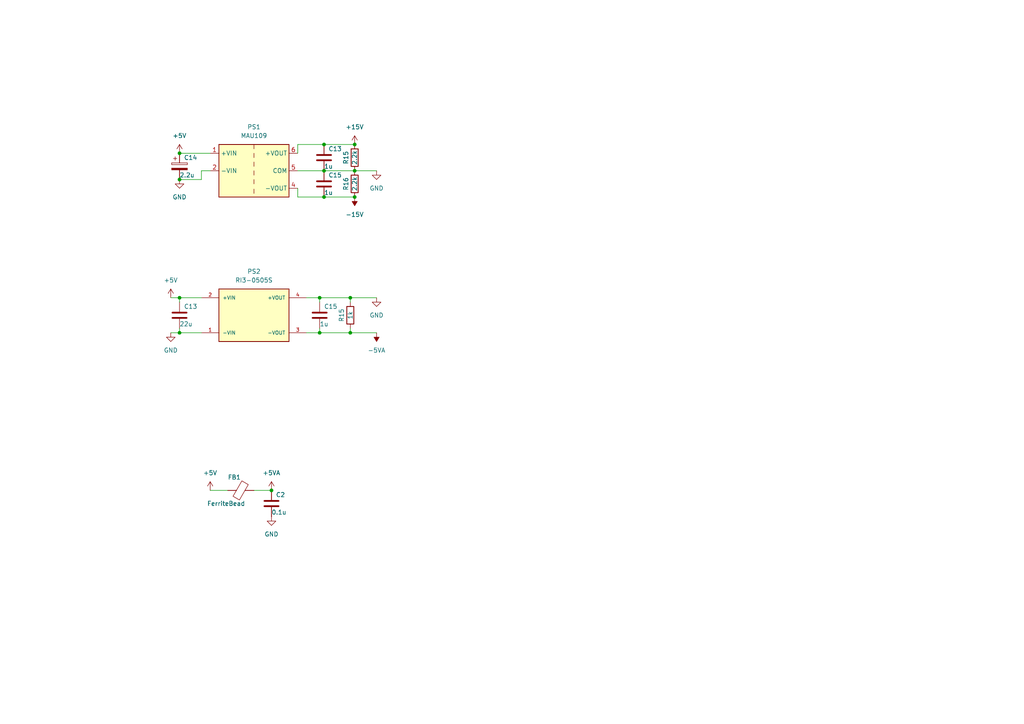
<source format=kicad_sch>
(kicad_sch (version 20230121) (generator eeschema)

  (uuid 64037f32-bcbf-40c9-be58-606c413bbe01)

  (paper "A4")

  (lib_symbols
    (symbol "000_MyLibrary:C" (pin_numbers hide) (pin_names (offset 0.254)) (in_bom yes) (on_board yes)
      (property "Reference" "C" (at 0.635 2.54 0)
        (effects (font (size 1.27 1.27)) (justify left))
      )
      (property "Value" "C" (at 0.635 -2.54 0)
        (effects (font (size 1.27 1.27)) (justify left))
      )
      (property "Footprint" "" (at 0.9652 -3.81 0)
        (effects (font (size 1.27 1.27)) hide)
      )
      (property "Datasheet" "~" (at 0 0 0)
        (effects (font (size 1.27 1.27)) hide)
      )
      (property "ki_keywords" "cap capacitor" (at 0 0 0)
        (effects (font (size 1.27 1.27)) hide)
      )
      (property "ki_description" "Unpolarized capacitor" (at 0 0 0)
        (effects (font (size 1.27 1.27)) hide)
      )
      (property "ki_fp_filters" "C_*" (at 0 0 0)
        (effects (font (size 1.27 1.27)) hide)
      )
      (symbol "C_0_1"
        (polyline
          (pts
            (xy -2.032 -0.762)
            (xy 2.032 -0.762)
          )
          (stroke (width 0.508) (type default))
          (fill (type none))
        )
        (polyline
          (pts
            (xy -2.032 0.762)
            (xy 2.032 0.762)
          )
          (stroke (width 0.508) (type default))
          (fill (type none))
        )
      )
      (symbol "C_1_1"
        (pin passive line (at 0 3.81 270) (length 2.794)
          (name "~" (effects (font (size 1.27 1.27))))
          (number "1" (effects (font (size 1.27 1.27))))
        )
        (pin passive line (at 0 -3.81 90) (length 2.794)
          (name "~" (effects (font (size 1.27 1.27))))
          (number "2" (effects (font (size 1.27 1.27))))
        )
      )
    )
    (symbol "000_MyLibrary:C_Polarized" (pin_numbers hide) (pin_names (offset 0.254)) (in_bom yes) (on_board yes)
      (property "Reference" "C" (at 0.635 2.54 0)
        (effects (font (size 1.27 1.27)) (justify left))
      )
      (property "Value" "C_Polarized" (at 0.635 -2.54 0)
        (effects (font (size 1.27 1.27)) (justify left))
      )
      (property "Footprint" "" (at 0.9652 -3.81 0)
        (effects (font (size 1.27 1.27)) hide)
      )
      (property "Datasheet" "~" (at 0 0 0)
        (effects (font (size 1.27 1.27)) hide)
      )
      (property "ki_keywords" "cap capacitor" (at 0 0 0)
        (effects (font (size 1.27 1.27)) hide)
      )
      (property "ki_description" "Polarized capacitor" (at 0 0 0)
        (effects (font (size 1.27 1.27)) hide)
      )
      (property "ki_fp_filters" "CP_*" (at 0 0 0)
        (effects (font (size 1.27 1.27)) hide)
      )
      (symbol "C_Polarized_0_1"
        (rectangle (start -2.286 0.508) (end 2.286 1.016)
          (stroke (width 0) (type default))
          (fill (type none))
        )
        (polyline
          (pts
            (xy -1.778 2.286)
            (xy -0.762 2.286)
          )
          (stroke (width 0) (type default))
          (fill (type none))
        )
        (polyline
          (pts
            (xy -1.27 2.794)
            (xy -1.27 1.778)
          )
          (stroke (width 0) (type default))
          (fill (type none))
        )
        (rectangle (start 2.286 -0.508) (end -2.286 -1.016)
          (stroke (width 0) (type default))
          (fill (type outline))
        )
      )
      (symbol "C_Polarized_1_1"
        (pin passive line (at 0 3.81 270) (length 2.794)
          (name "~" (effects (font (size 1.27 1.27))))
          (number "1" (effects (font (size 1.27 1.27))))
        )
        (pin passive line (at 0 -3.81 90) (length 2.794)
          (name "~" (effects (font (size 1.27 1.27))))
          (number "2" (effects (font (size 1.27 1.27))))
        )
      )
    )
    (symbol "000_MyLibrary:FerriteBead" (pin_numbers hide) (pin_names (offset 0)) (in_bom yes) (on_board yes)
      (property "Reference" "FB" (at -3.81 0.635 90)
        (effects (font (size 1.27 1.27)))
      )
      (property "Value" "FerriteBead" (at 3.81 0 90)
        (effects (font (size 1.27 1.27)))
      )
      (property "Footprint" "" (at -1.778 0 90)
        (effects (font (size 1.27 1.27)) hide)
      )
      (property "Datasheet" "~" (at 0 0 0)
        (effects (font (size 1.27 1.27)) hide)
      )
      (property "ki_keywords" "L ferrite bead inductor filter" (at 0 0 0)
        (effects (font (size 1.27 1.27)) hide)
      )
      (property "ki_description" "Ferrite bead" (at 0 0 0)
        (effects (font (size 1.27 1.27)) hide)
      )
      (property "ki_fp_filters" "Inductor_* L_* *Ferrite*" (at 0 0 0)
        (effects (font (size 1.27 1.27)) hide)
      )
      (symbol "FerriteBead_0_1"
        (polyline
          (pts
            (xy 0 -1.27)
            (xy 0 -1.2192)
          )
          (stroke (width 0) (type default))
          (fill (type none))
        )
        (polyline
          (pts
            (xy 0 1.27)
            (xy 0 1.2954)
          )
          (stroke (width 0) (type default))
          (fill (type none))
        )
        (polyline
          (pts
            (xy -2.7686 0.4064)
            (xy -1.7018 2.2606)
            (xy 2.7686 -0.3048)
            (xy 1.6764 -2.159)
            (xy -2.7686 0.4064)
          )
          (stroke (width 0) (type default))
          (fill (type none))
        )
      )
      (symbol "FerriteBead_1_1"
        (pin passive line (at 0 3.81 270) (length 2.54)
          (name "~" (effects (font (size 1.27 1.27))))
          (number "1" (effects (font (size 1.27 1.27))))
        )
        (pin passive line (at 0 -3.81 90) (length 2.54)
          (name "~" (effects (font (size 1.27 1.27))))
          (number "2" (effects (font (size 1.27 1.27))))
        )
      )
    )
    (symbol "000_MyLibrary:MAU109" (in_bom yes) (on_board yes)
      (property "Reference" "PS" (at 0 11.43 0)
        (effects (font (size 1.27 1.27)))
      )
      (property "Value" "MAU109" (at 0 8.89 0)
        (effects (font (size 1.27 1.27)))
      )
      (property "Footprint" "000_MyFootprint:SIP-6_without_3pin_for_DCDC_MAU" (at 0 -8.89 0)
        (effects (font (size 1.27 1.27) italic) hide)
      )
      (property "Datasheet" "https://akizukidenshi.com/download/ds/minmax/mau.pdf" (at 0 -11.43 0)
        (effects (font (size 1.27 1.27)) hide)
      )
      (property "ki_keywords" "DC/DC converter dcdc" (at 0 0 0)
        (effects (font (size 1.27 1.27)) hide)
      )
      (property "ki_description" "1W Isolated DC/DC Converter Module, 4.5-5.5V input, +15V, -15V  dual output" (at 0 0 0)
        (effects (font (size 1.27 1.27)) hide)
      )
      (property "ki_fp_filters" "*Artesyn*ATA*SMD*" (at 0 0 0)
        (effects (font (size 1.27 1.27)) hide)
      )
      (symbol "MAU109_0_1"
        (rectangle (start -10.16 7.62) (end 10.16 -7.62)
          (stroke (width 0.254) (type default))
          (fill (type background))
        )
        (polyline
          (pts
            (xy 0 -5.3071)
            (xy 0 -6.5771)
          )
          (stroke (width 0) (type default))
          (fill (type none))
        )
        (polyline
          (pts
            (xy 0 -2.54)
            (xy 0 -3.81)
          )
          (stroke (width 0) (type default))
          (fill (type none))
        )
        (polyline
          (pts
            (xy 0 0)
            (xy 0 -1.27)
          )
          (stroke (width 0) (type default))
          (fill (type none))
        )
        (polyline
          (pts
            (xy 0 2.54)
            (xy 0 1.27)
          )
          (stroke (width 0) (type default))
          (fill (type none))
        )
        (polyline
          (pts
            (xy 0 5.08)
            (xy 0 3.81)
          )
          (stroke (width 0) (type default))
          (fill (type none))
        )
        (polyline
          (pts
            (xy 0 7.62)
            (xy 0 6.35)
          )
          (stroke (width 0) (type default))
          (fill (type none))
        )
      )
      (symbol "MAU109_1_1"
        (pin power_in line (at -12.7 5.08 0) (length 2.54)
          (name "+VIN" (effects (font (size 1.27 1.27))))
          (number "1" (effects (font (size 1.27 1.27))))
        )
        (pin power_in line (at -12.7 0 0) (length 2.54)
          (name "-VIN" (effects (font (size 1.27 1.27))))
          (number "2" (effects (font (size 1.27 1.27))))
        )
        (pin power_out line (at 12.7 -5.08 180) (length 2.54)
          (name "-VOUT" (effects (font (size 1.27 1.27))))
          (number "4" (effects (font (size 1.27 1.27))))
        )
        (pin passive line (at 12.7 0 180) (length 2.54)
          (name "COM" (effects (font (size 1.27 1.27))))
          (number "5" (effects (font (size 1.27 1.27))))
        )
        (pin power_out line (at 12.7 5.08 180) (length 2.54)
          (name "+VOUT" (effects (font (size 1.27 1.27))))
          (number "6" (effects (font (size 1.27 1.27))))
        )
      )
    )
    (symbol "000_MyLibrary:R" (pin_numbers hide) (pin_names (offset 0)) (in_bom yes) (on_board yes)
      (property "Reference" "R" (at 2.032 0 90)
        (effects (font (size 1.27 1.27)))
      )
      (property "Value" "R" (at 0 0 90)
        (effects (font (size 1.27 1.27)))
      )
      (property "Footprint" "" (at -1.778 0 90)
        (effects (font (size 1.27 1.27)) hide)
      )
      (property "Datasheet" "~" (at 0 0 0)
        (effects (font (size 1.27 1.27)) hide)
      )
      (property "ki_keywords" "R res resistor" (at 0 0 0)
        (effects (font (size 1.27 1.27)) hide)
      )
      (property "ki_description" "Resistor" (at 0 0 0)
        (effects (font (size 1.27 1.27)) hide)
      )
      (property "ki_fp_filters" "R_*" (at 0 0 0)
        (effects (font (size 1.27 1.27)) hide)
      )
      (symbol "R_0_1"
        (rectangle (start -1.016 -2.54) (end 1.016 2.54)
          (stroke (width 0.254) (type default))
          (fill (type none))
        )
      )
      (symbol "R_1_1"
        (pin passive line (at 0 3.81 270) (length 1.27)
          (name "~" (effects (font (size 1.27 1.27))))
          (number "1" (effects (font (size 1.27 1.27))))
        )
        (pin passive line (at 0 -3.81 90) (length 1.27)
          (name "~" (effects (font (size 1.27 1.27))))
          (number "2" (effects (font (size 1.27 1.27))))
        )
      )
    )
    (symbol "000_MyLibrary:RI3-0505S" (pin_names (offset 1.016)) (in_bom yes) (on_board yes)
      (property "Reference" "PS" (at -10.1639 8.8979 0)
        (effects (font (size 1.27 1.27)) (justify left bottom))
      )
      (property "Value" "RI3-0505S" (at -10.1614 -10.1627 0)
        (effects (font (size 1.27 1.27)) (justify left bottom))
      )
      (property "Footprint" "000_MyFootprint:CONV_ROE-0515S" (at 0 -1.27 0)
        (effects (font (size 1.27 1.27)) (justify bottom) hide)
      )
      (property "Datasheet" "https://recom-power.com/pdf/Econoline/ROE.pdf" (at 0 -1.27 0)
        (effects (font (size 1.27 1.27)) hide)
      )
      (property "PARTREV" "5" (at 0 0 0)
        (effects (font (size 1.27 1.27)) (justify bottom) hide)
      )
      (property "STANDARD" "Manufacturer Recommendations" (at 0 0 0)
        (effects (font (size 1.27 1.27)) (justify bottom) hide)
      )
      (property "MAXIMUM_PACKAGE_HEIGHT" "10.00mm" (at 0 2.54 0)
        (effects (font (size 1.27 1.27)) (justify bottom) hide)
      )
      (property "MANUFACTURER" "RECOM" (at 0 0 0)
        (effects (font (size 1.27 1.27)) (justify bottom) hide)
      )
      (property "ki_keywords" "DCDC RECOM" (at 0 0 0)
        (effects (font (size 1.27 1.27)) hide)
      )
      (property "ki_description" "DCDC converter 5V to 5V isolated " (at 0 0 0)
        (effects (font (size 1.27 1.27)) hide)
      )
      (symbol "RI3-0505S_0_0"
        (rectangle (start -10.16 -7.62) (end 10.16 7.62)
          (stroke (width 0.254) (type default))
          (fill (type background))
        )
      )
      (symbol "RI3-0505S_1_0"
        (pin power_in line (at -15.24 -5.08 0) (length 5.08)
          (name "-VIN" (effects (font (size 1.016 1.016))))
          (number "1" (effects (font (size 1.016 1.016))))
        )
        (pin power_in line (at -15.24 5.08 0) (length 5.08)
          (name "+VIN" (effects (font (size 1.016 1.016))))
          (number "2" (effects (font (size 1.016 1.016))))
        )
        (pin power_out line (at 15.24 -5.08 180) (length 5.08)
          (name "-VOUT" (effects (font (size 1.016 1.016))))
          (number "3" (effects (font (size 1.016 1.016))))
        )
        (pin power_out line (at 15.24 5.08 180) (length 5.08)
          (name "+VOUT" (effects (font (size 1.016 1.016))))
          (number "4" (effects (font (size 1.016 1.016))))
        )
      )
    )
    (symbol "power:+15V" (power) (pin_names (offset 0)) (in_bom yes) (on_board yes)
      (property "Reference" "#PWR" (at 0 -3.81 0)
        (effects (font (size 1.27 1.27)) hide)
      )
      (property "Value" "+15V" (at 0 3.556 0)
        (effects (font (size 1.27 1.27)))
      )
      (property "Footprint" "" (at 0 0 0)
        (effects (font (size 1.27 1.27)) hide)
      )
      (property "Datasheet" "" (at 0 0 0)
        (effects (font (size 1.27 1.27)) hide)
      )
      (property "ki_keywords" "global power" (at 0 0 0)
        (effects (font (size 1.27 1.27)) hide)
      )
      (property "ki_description" "Power symbol creates a global label with name \"+15V\"" (at 0 0 0)
        (effects (font (size 1.27 1.27)) hide)
      )
      (symbol "+15V_0_1"
        (polyline
          (pts
            (xy -0.762 1.27)
            (xy 0 2.54)
          )
          (stroke (width 0) (type default))
          (fill (type none))
        )
        (polyline
          (pts
            (xy 0 0)
            (xy 0 2.54)
          )
          (stroke (width 0) (type default))
          (fill (type none))
        )
        (polyline
          (pts
            (xy 0 2.54)
            (xy 0.762 1.27)
          )
          (stroke (width 0) (type default))
          (fill (type none))
        )
      )
      (symbol "+15V_1_1"
        (pin power_in line (at 0 0 90) (length 0) hide
          (name "+15V" (effects (font (size 1.27 1.27))))
          (number "1" (effects (font (size 1.27 1.27))))
        )
      )
    )
    (symbol "power:+5V" (power) (pin_names (offset 0)) (in_bom yes) (on_board yes)
      (property "Reference" "#PWR" (at 0 -3.81 0)
        (effects (font (size 1.27 1.27)) hide)
      )
      (property "Value" "+5V" (at 0 3.556 0)
        (effects (font (size 1.27 1.27)))
      )
      (property "Footprint" "" (at 0 0 0)
        (effects (font (size 1.27 1.27)) hide)
      )
      (property "Datasheet" "" (at 0 0 0)
        (effects (font (size 1.27 1.27)) hide)
      )
      (property "ki_keywords" "power-flag" (at 0 0 0)
        (effects (font (size 1.27 1.27)) hide)
      )
      (property "ki_description" "Power symbol creates a global label with name \"+5V\"" (at 0 0 0)
        (effects (font (size 1.27 1.27)) hide)
      )
      (symbol "+5V_0_1"
        (polyline
          (pts
            (xy -0.762 1.27)
            (xy 0 2.54)
          )
          (stroke (width 0) (type default))
          (fill (type none))
        )
        (polyline
          (pts
            (xy 0 0)
            (xy 0 2.54)
          )
          (stroke (width 0) (type default))
          (fill (type none))
        )
        (polyline
          (pts
            (xy 0 2.54)
            (xy 0.762 1.27)
          )
          (stroke (width 0) (type default))
          (fill (type none))
        )
      )
      (symbol "+5V_1_1"
        (pin power_in line (at 0 0 90) (length 0) hide
          (name "+5V" (effects (font (size 1.27 1.27))))
          (number "1" (effects (font (size 1.27 1.27))))
        )
      )
    )
    (symbol "power:+5VA" (power) (pin_names (offset 0)) (in_bom yes) (on_board yes)
      (property "Reference" "#PWR" (at 0 -3.81 0)
        (effects (font (size 1.27 1.27)) hide)
      )
      (property "Value" "+5VA" (at 0 3.556 0)
        (effects (font (size 1.27 1.27)))
      )
      (property "Footprint" "" (at 0 0 0)
        (effects (font (size 1.27 1.27)) hide)
      )
      (property "Datasheet" "" (at 0 0 0)
        (effects (font (size 1.27 1.27)) hide)
      )
      (property "ki_keywords" "global power" (at 0 0 0)
        (effects (font (size 1.27 1.27)) hide)
      )
      (property "ki_description" "Power symbol creates a global label with name \"+5VA\"" (at 0 0 0)
        (effects (font (size 1.27 1.27)) hide)
      )
      (symbol "+5VA_0_1"
        (polyline
          (pts
            (xy -0.762 1.27)
            (xy 0 2.54)
          )
          (stroke (width 0) (type default))
          (fill (type none))
        )
        (polyline
          (pts
            (xy 0 0)
            (xy 0 2.54)
          )
          (stroke (width 0) (type default))
          (fill (type none))
        )
        (polyline
          (pts
            (xy 0 2.54)
            (xy 0.762 1.27)
          )
          (stroke (width 0) (type default))
          (fill (type none))
        )
      )
      (symbol "+5VA_1_1"
        (pin power_in line (at 0 0 90) (length 0) hide
          (name "+5VA" (effects (font (size 1.27 1.27))))
          (number "1" (effects (font (size 1.27 1.27))))
        )
      )
    )
    (symbol "power:-15V" (power) (pin_names (offset 0)) (in_bom yes) (on_board yes)
      (property "Reference" "#PWR" (at 0 2.54 0)
        (effects (font (size 1.27 1.27)) hide)
      )
      (property "Value" "-15V" (at 0 3.81 0)
        (effects (font (size 1.27 1.27)))
      )
      (property "Footprint" "" (at 0 0 0)
        (effects (font (size 1.27 1.27)) hide)
      )
      (property "Datasheet" "" (at 0 0 0)
        (effects (font (size 1.27 1.27)) hide)
      )
      (property "ki_keywords" "global power" (at 0 0 0)
        (effects (font (size 1.27 1.27)) hide)
      )
      (property "ki_description" "Power symbol creates a global label with name \"-15V\"" (at 0 0 0)
        (effects (font (size 1.27 1.27)) hide)
      )
      (symbol "-15V_0_0"
        (pin power_in line (at 0 0 90) (length 0) hide
          (name "-15V" (effects (font (size 1.27 1.27))))
          (number "1" (effects (font (size 1.27 1.27))))
        )
      )
      (symbol "-15V_0_1"
        (polyline
          (pts
            (xy 0 0)
            (xy 0 1.27)
            (xy 0.762 1.27)
            (xy 0 2.54)
            (xy -0.762 1.27)
            (xy 0 1.27)
          )
          (stroke (width 0) (type default))
          (fill (type outline))
        )
      )
    )
    (symbol "power:-5VA" (power) (pin_names (offset 0)) (in_bom yes) (on_board yes)
      (property "Reference" "#PWR" (at 0 2.54 0)
        (effects (font (size 1.27 1.27)) hide)
      )
      (property "Value" "-5VA" (at 0 3.81 0)
        (effects (font (size 1.27 1.27)))
      )
      (property "Footprint" "" (at 0 0 0)
        (effects (font (size 1.27 1.27)) hide)
      )
      (property "Datasheet" "" (at 0 0 0)
        (effects (font (size 1.27 1.27)) hide)
      )
      (property "ki_keywords" "global power" (at 0 0 0)
        (effects (font (size 1.27 1.27)) hide)
      )
      (property "ki_description" "Power symbol creates a global label with name \"-5VA\"" (at 0 0 0)
        (effects (font (size 1.27 1.27)) hide)
      )
      (symbol "-5VA_0_0"
        (pin power_in line (at 0 0 90) (length 0) hide
          (name "-5VA" (effects (font (size 1.27 1.27))))
          (number "1" (effects (font (size 1.27 1.27))))
        )
      )
      (symbol "-5VA_0_1"
        (polyline
          (pts
            (xy 0 0)
            (xy 0 1.27)
            (xy 0.762 1.27)
            (xy 0 2.54)
            (xy -0.762 1.27)
            (xy 0 1.27)
          )
          (stroke (width 0) (type default))
          (fill (type outline))
        )
      )
    )
    (symbol "power:GND" (power) (pin_names (offset 0)) (in_bom yes) (on_board yes)
      (property "Reference" "#PWR" (at 0 -6.35 0)
        (effects (font (size 1.27 1.27)) hide)
      )
      (property "Value" "GND" (at 0 -3.81 0)
        (effects (font (size 1.27 1.27)))
      )
      (property "Footprint" "" (at 0 0 0)
        (effects (font (size 1.27 1.27)) hide)
      )
      (property "Datasheet" "" (at 0 0 0)
        (effects (font (size 1.27 1.27)) hide)
      )
      (property "ki_keywords" "global power" (at 0 0 0)
        (effects (font (size 1.27 1.27)) hide)
      )
      (property "ki_description" "Power symbol creates a global label with name \"GND\" , ground" (at 0 0 0)
        (effects (font (size 1.27 1.27)) hide)
      )
      (symbol "GND_0_1"
        (polyline
          (pts
            (xy 0 0)
            (xy 0 -1.27)
            (xy 1.27 -1.27)
            (xy 0 -2.54)
            (xy -1.27 -1.27)
            (xy 0 -1.27)
          )
          (stroke (width 0) (type default))
          (fill (type none))
        )
      )
      (symbol "GND_1_1"
        (pin power_in line (at 0 0 270) (length 0) hide
          (name "GND" (effects (font (size 1.27 1.27))))
          (number "1" (effects (font (size 1.27 1.27))))
        )
      )
    )
  )

  (junction (at 102.87 41.91) (diameter 0) (color 0 0 0 0)
    (uuid 0a78a94f-be60-4ec9-8cca-57470e0a387f)
  )
  (junction (at 78.74 142.24) (diameter 0) (color 0 0 0 0)
    (uuid 261f7d65-4e8d-4cbb-b537-c302820b3a58)
  )
  (junction (at 52.07 96.52) (diameter 0) (color 0 0 0 0)
    (uuid 2b7851e9-27e3-4596-9040-53b43e3c13e2)
  )
  (junction (at 52.07 52.07) (diameter 0) (color 0 0 0 0)
    (uuid 3d0cbb4f-5ac8-4c4d-8091-1920b0a0aa20)
  )
  (junction (at 102.87 57.15) (diameter 0) (color 0 0 0 0)
    (uuid 46cba923-83ab-4292-ad3a-3c37c943a013)
  )
  (junction (at 93.98 41.91) (diameter 0) (color 0 0 0 0)
    (uuid 93e8d929-d3f3-4b7e-ad2c-bce4e419c5bd)
  )
  (junction (at 92.71 96.52) (diameter 0) (color 0 0 0 0)
    (uuid 9ccf8c30-e569-4ef6-a196-6be00b1575c8)
  )
  (junction (at 92.71 86.36) (diameter 0) (color 0 0 0 0)
    (uuid a7e20b05-05ab-48f3-afda-c48b6ad4153f)
  )
  (junction (at 101.6 86.36) (diameter 0) (color 0 0 0 0)
    (uuid ac6db67f-1432-4fa5-b801-426d739ffbf9)
  )
  (junction (at 102.87 49.53) (diameter 0) (color 0 0 0 0)
    (uuid b49cbff3-b16f-4b17-be88-765ad4aab477)
  )
  (junction (at 52.07 86.36) (diameter 0) (color 0 0 0 0)
    (uuid c268c343-90b7-4f5b-892e-77f86acf4ce2)
  )
  (junction (at 52.07 44.45) (diameter 0) (color 0 0 0 0)
    (uuid dc63b731-66f8-4ada-b801-459ee607f0dd)
  )
  (junction (at 101.6 96.52) (diameter 0) (color 0 0 0 0)
    (uuid e18a9825-e5d5-4245-9af4-03267386f27c)
  )
  (junction (at 93.98 57.15) (diameter 0) (color 0 0 0 0)
    (uuid f0b1120f-4945-49d5-be96-a2aff14ee7c5)
  )
  (junction (at 93.98 49.53) (diameter 0) (color 0 0 0 0)
    (uuid fe66b491-9ffe-434c-ae06-6d9a83dd1b47)
  )

  (wire (pts (xy 58.42 96.52) (xy 52.07 96.52))
    (stroke (width 0) (type default))
    (uuid 07ca74a1-a11e-4804-a2fb-049e625d84f1)
  )
  (wire (pts (xy 58.42 49.53) (xy 58.42 52.07))
    (stroke (width 0) (type default))
    (uuid 084c83b7-4aa1-49a9-996a-36620363b1f4)
  )
  (wire (pts (xy 101.6 86.36) (xy 109.22 86.36))
    (stroke (width 0) (type default))
    (uuid 18c032ac-6016-4622-95d6-cc84fb220ba2)
  )
  (wire (pts (xy 101.6 96.52) (xy 92.71 96.52))
    (stroke (width 0) (type default))
    (uuid 1bd3ac10-ace8-48cd-a5e9-2633066a9f1f)
  )
  (wire (pts (xy 52.07 44.45) (xy 60.96 44.45))
    (stroke (width 0) (type default))
    (uuid 27cfcb1d-16ff-40cb-b20f-b5f7a7cc0d61)
  )
  (wire (pts (xy 86.36 41.91) (xy 93.98 41.91))
    (stroke (width 0) (type default))
    (uuid 2fd07414-aca7-4007-83a3-83d517ac85ee)
  )
  (wire (pts (xy 93.98 49.53) (xy 102.87 49.53))
    (stroke (width 0) (type default))
    (uuid 340e0373-4518-4211-b561-66b0fe30e3a9)
  )
  (wire (pts (xy 101.6 87.63) (xy 101.6 86.36))
    (stroke (width 0) (type default))
    (uuid 39d07d2f-9c2d-4586-9ea5-a2c676e0133c)
  )
  (wire (pts (xy 101.6 86.36) (xy 92.71 86.36))
    (stroke (width 0) (type default))
    (uuid 3b69be42-e1f5-4e36-bcca-c13ea19f83fa)
  )
  (wire (pts (xy 49.53 86.36) (xy 52.07 86.36))
    (stroke (width 0) (type default))
    (uuid 3b9e135e-3b6b-425e-938b-08149878936b)
  )
  (wire (pts (xy 92.71 86.36) (xy 88.9 86.36))
    (stroke (width 0) (type default))
    (uuid 3c99df3b-f95e-4f45-96aa-c11f7c66f552)
  )
  (wire (pts (xy 93.98 41.91) (xy 102.87 41.91))
    (stroke (width 0) (type default))
    (uuid 498694f8-bc56-4b77-9b65-e953cf170997)
  )
  (wire (pts (xy 86.36 54.61) (xy 86.36 57.15))
    (stroke (width 0) (type default))
    (uuid 4ac730ff-c655-4a03-a5ce-4a13609a5fbb)
  )
  (wire (pts (xy 86.36 44.45) (xy 86.36 41.91))
    (stroke (width 0) (type default))
    (uuid 5408c9df-cb26-4de3-84a4-fb2278fb3233)
  )
  (wire (pts (xy 92.71 95.25) (xy 92.71 96.52))
    (stroke (width 0) (type default))
    (uuid 5c932f05-a4f3-4475-9992-34ea74202f34)
  )
  (wire (pts (xy 93.98 57.15) (xy 102.87 57.15))
    (stroke (width 0) (type default))
    (uuid 5f193651-3eed-4f47-840f-69d59fb0a876)
  )
  (wire (pts (xy 52.07 52.07) (xy 58.42 52.07))
    (stroke (width 0) (type default))
    (uuid 64eb4e01-5efe-4210-9417-57fabadfc491)
  )
  (wire (pts (xy 86.36 57.15) (xy 93.98 57.15))
    (stroke (width 0) (type default))
    (uuid 66c9ff78-0a7e-4d8e-af03-4e07387a6417)
  )
  (wire (pts (xy 52.07 87.63) (xy 52.07 86.36))
    (stroke (width 0) (type default))
    (uuid 6ca89f7b-97a7-4a09-a730-62e0a2d9208e)
  )
  (wire (pts (xy 52.07 86.36) (xy 58.42 86.36))
    (stroke (width 0) (type default))
    (uuid 7f3acc76-e83c-49ac-a55f-b55ac5c875dc)
  )
  (wire (pts (xy 101.6 96.52) (xy 109.22 96.52))
    (stroke (width 0) (type default))
    (uuid 8ccecd71-a7a8-4eeb-a9cf-2059f4c90df9)
  )
  (wire (pts (xy 86.36 49.53) (xy 93.98 49.53))
    (stroke (width 0) (type default))
    (uuid 8ccfb4eb-8eaa-4581-ad50-eff675a29f85)
  )
  (wire (pts (xy 58.42 49.53) (xy 60.96 49.53))
    (stroke (width 0) (type default))
    (uuid 952f2e92-408a-4409-b439-e300808f8a0f)
  )
  (wire (pts (xy 92.71 96.52) (xy 88.9 96.52))
    (stroke (width 0) (type default))
    (uuid a560ed11-ff54-4636-9cc4-fdfd67ce9ecb)
  )
  (wire (pts (xy 52.07 95.25) (xy 52.07 96.52))
    (stroke (width 0) (type default))
    (uuid a6abc3b4-a90b-4dc6-b268-f207d84563e3)
  )
  (wire (pts (xy 66.04 142.24) (xy 60.96 142.24))
    (stroke (width 0) (type default))
    (uuid c80f0c34-bb8f-421b-a3bc-7fc8b878c62a)
  )
  (wire (pts (xy 92.71 87.63) (xy 92.71 86.36))
    (stroke (width 0) (type default))
    (uuid d0a10b6e-232e-4aee-a84e-986a4b0099a4)
  )
  (wire (pts (xy 101.6 95.25) (xy 101.6 96.52))
    (stroke (width 0) (type default))
    (uuid edfac9fe-80e0-49ed-8caf-ba7fe6917a13)
  )
  (wire (pts (xy 49.53 96.52) (xy 52.07 96.52))
    (stroke (width 0) (type default))
    (uuid eef4a2b0-df79-4f44-bd0c-046378b4826f)
  )
  (wire (pts (xy 73.66 142.24) (xy 78.74 142.24))
    (stroke (width 0) (type default))
    (uuid f8f2c153-97ef-4d08-bc91-b5dfa6841318)
  )
  (wire (pts (xy 102.87 49.53) (xy 109.22 49.53))
    (stroke (width 0) (type default))
    (uuid fbd5f9f2-39e0-4a09-bd01-3bbf83ade801)
  )

  (symbol (lib_id "power:+5V") (at 52.07 44.45 0) (unit 1)
    (in_bom yes) (on_board yes) (dnp no) (fields_autoplaced)
    (uuid 0f71eb82-9938-46f8-99c5-0a2273af4830)
    (property "Reference" "#PWR021" (at 52.07 48.26 0)
      (effects (font (size 1.27 1.27)) hide)
    )
    (property "Value" "+5V" (at 52.07 39.37 0)
      (effects (font (size 1.27 1.27)))
    )
    (property "Footprint" "" (at 52.07 44.45 0)
      (effects (font (size 1.27 1.27)) hide)
    )
    (property "Datasheet" "" (at 52.07 44.45 0)
      (effects (font (size 1.27 1.27)) hide)
    )
    (pin "1" (uuid 3e661978-828c-44cd-ba60-fb7f48b66e42))
    (instances
      (project "tangnano20k-vectrex"
        (path "/1e1b457a-46ab-47b7-a44b-dd31b09c6d6d"
          (reference "#PWR021") (unit 1)
        )
        (path "/1e1b457a-46ab-47b7-a44b-dd31b09c6d6d/ad1e4acd-550e-4632-b590-e2e54269090e"
          (reference "#PWR058") (unit 1)
        )
        (path "/1e1b457a-46ab-47b7-a44b-dd31b09c6d6d/ad1e4acd-550e-4632-b590-e2e54269090e/12c73f39-108a-4396-b027-1f07b104d4f4"
          (reference "#PWR043") (unit 1)
        )
      )
    )
  )

  (symbol (lib_id "000_MyLibrary:C") (at 78.74 146.05 0) (unit 1)
    (in_bom yes) (on_board yes) (dnp no)
    (uuid 1066553d-d53f-4b04-9ea8-8a28e5086c50)
    (property "Reference" "C2" (at 80.01 143.51 0)
      (effects (font (size 1.27 1.27)) (justify left))
    )
    (property "Value" "0.1u" (at 78.74 148.59 0)
      (effects (font (size 1.27 1.27)) (justify left))
    )
    (property "Footprint" "" (at 79.7052 149.86 0)
      (effects (font (size 1.27 1.27)) hide)
    )
    (property "Datasheet" "~" (at 78.74 146.05 0)
      (effects (font (size 1.27 1.27)) hide)
    )
    (pin "1" (uuid c6f355c3-e5fd-453e-83d1-7d47160c87e7))
    (pin "2" (uuid b53a073f-0883-4750-b5f7-639fe18827ae))
    (instances
      (project "tangnano20k-vectrex"
        (path "/1e1b457a-46ab-47b7-a44b-dd31b09c6d6d/ad1e4acd-550e-4632-b590-e2e54269090e"
          (reference "C2") (unit 1)
        )
        (path "/1e1b457a-46ab-47b7-a44b-dd31b09c6d6d/ad1e4acd-550e-4632-b590-e2e54269090e/12c73f39-108a-4396-b027-1f07b104d4f4"
          (reference "C2") (unit 1)
        )
      )
      (project "XYamp"
        (path "/d1b19a9f-e5c0-4174-819c-f31ee80dffb5"
          (reference "C6") (unit 1)
        )
      )
    )
  )

  (symbol (lib_id "power:GND") (at 52.07 52.07 0) (unit 1)
    (in_bom yes) (on_board yes) (dnp no) (fields_autoplaced)
    (uuid 1848433f-2f0d-483f-82ce-1eec6d23afad)
    (property "Reference" "#PWR045" (at 52.07 58.42 0)
      (effects (font (size 1.27 1.27)) hide)
    )
    (property "Value" "GND" (at 52.07 57.15 0)
      (effects (font (size 1.27 1.27)))
    )
    (property "Footprint" "" (at 52.07 52.07 0)
      (effects (font (size 1.27 1.27)) hide)
    )
    (property "Datasheet" "" (at 52.07 52.07 0)
      (effects (font (size 1.27 1.27)) hide)
    )
    (pin "1" (uuid e01d2dcd-5630-4f90-b784-7ab73853dd51))
    (instances
      (project "tangnano20k-vectrex"
        (path "/1e1b457a-46ab-47b7-a44b-dd31b09c6d6d/ad1e4acd-550e-4632-b590-e2e54269090e"
          (reference "#PWR045") (unit 1)
        )
        (path "/1e1b457a-46ab-47b7-a44b-dd31b09c6d6d/ad1e4acd-550e-4632-b590-e2e54269090e/12c73f39-108a-4396-b027-1f07b104d4f4"
          (reference "#PWR045") (unit 1)
        )
      )
      (project "XYamp"
        (path "/d1b19a9f-e5c0-4174-819c-f31ee80dffb5"
          (reference "#PWR014") (unit 1)
        )
      )
    )
  )

  (symbol (lib_id "000_MyLibrary:R") (at 101.6 91.44 180) (unit 1)
    (in_bom yes) (on_board yes) (dnp no)
    (uuid 2741f1a5-957f-4f52-a59d-4b8111e36cbc)
    (property "Reference" "R15" (at 99.06 91.44 90)
      (effects (font (size 1.27 1.27)))
    )
    (property "Value" "1k" (at 101.6 91.44 90)
      (effects (font (size 1.27 1.27)))
    )
    (property "Footprint" "" (at 103.378 91.44 90)
      (effects (font (size 1.27 1.27)) hide)
    )
    (property "Datasheet" "~" (at 101.6 91.44 0)
      (effects (font (size 1.27 1.27)) hide)
    )
    (pin "1" (uuid 350b0b46-4808-4aa1-bcd8-86338c061798))
    (pin "2" (uuid d14de292-953e-4230-87c0-e7be654e4b1e))
    (instances
      (project "tangnano20k-vectrex"
        (path "/1e1b457a-46ab-47b7-a44b-dd31b09c6d6d/ad1e4acd-550e-4632-b590-e2e54269090e"
          (reference "R15") (unit 1)
        )
        (path "/1e1b457a-46ab-47b7-a44b-dd31b09c6d6d/ad1e4acd-550e-4632-b590-e2e54269090e/12c73f39-108a-4396-b027-1f07b104d4f4"
          (reference "R3") (unit 1)
        )
      )
      (project "XYamp"
        (path "/d1b19a9f-e5c0-4174-819c-f31ee80dffb5"
          (reference "R9") (unit 1)
        )
      )
    )
  )

  (symbol (lib_id "power:-5VA") (at 109.22 96.52 180) (unit 1)
    (in_bom yes) (on_board yes) (dnp no) (fields_autoplaced)
    (uuid 2d0d68c1-be02-4598-984a-257b525666c6)
    (property "Reference" "#PWR059" (at 109.22 99.06 0)
      (effects (font (size 1.27 1.27)) hide)
    )
    (property "Value" "-5VA" (at 109.22 101.6 0)
      (effects (font (size 1.27 1.27)))
    )
    (property "Footprint" "" (at 109.22 96.52 0)
      (effects (font (size 1.27 1.27)) hide)
    )
    (property "Datasheet" "" (at 109.22 96.52 0)
      (effects (font (size 1.27 1.27)) hide)
    )
    (pin "1" (uuid c169867e-73fd-4360-a481-081e71a55abd))
    (instances
      (project "tangnano20k-vectrex"
        (path "/1e1b457a-46ab-47b7-a44b-dd31b09c6d6d/ad1e4acd-550e-4632-b590-e2e54269090e"
          (reference "#PWR059") (unit 1)
        )
        (path "/1e1b457a-46ab-47b7-a44b-dd31b09c6d6d/ad1e4acd-550e-4632-b590-e2e54269090e/12c73f39-108a-4396-b027-1f07b104d4f4"
          (reference "#PWR059") (unit 1)
        )
      )
      (project "XYamp"
        (path "/d1b19a9f-e5c0-4174-819c-f31ee80dffb5"
          (reference "#PWR08") (unit 1)
        )
      )
    )
  )

  (symbol (lib_id "000_MyLibrary:C") (at 93.98 45.72 0) (unit 1)
    (in_bom yes) (on_board yes) (dnp no)
    (uuid 2f1e6ef5-74d7-4c53-b6bf-a6a44b3cf6e0)
    (property "Reference" "C13" (at 95.25 43.18 0)
      (effects (font (size 1.27 1.27)) (justify left))
    )
    (property "Value" "1u" (at 93.98 48.26 0)
      (effects (font (size 1.27 1.27)) (justify left))
    )
    (property "Footprint" "" (at 94.9452 49.53 0)
      (effects (font (size 1.27 1.27)) hide)
    )
    (property "Datasheet" "~" (at 93.98 45.72 0)
      (effects (font (size 1.27 1.27)) hide)
    )
    (pin "1" (uuid 3db123d3-3d78-4350-bd5c-5ea70665a893))
    (pin "2" (uuid 0ddec329-800f-4ea2-96da-a8ff2ca917e6))
    (instances
      (project "tangnano20k-vectrex"
        (path "/1e1b457a-46ab-47b7-a44b-dd31b09c6d6d/ad1e4acd-550e-4632-b590-e2e54269090e"
          (reference "C13") (unit 1)
        )
        (path "/1e1b457a-46ab-47b7-a44b-dd31b09c6d6d/ad1e4acd-550e-4632-b590-e2e54269090e/12c73f39-108a-4396-b027-1f07b104d4f4"
          (reference "C4") (unit 1)
        )
      )
      (project "XYamp"
        (path "/d1b19a9f-e5c0-4174-819c-f31ee80dffb5"
          (reference "C4") (unit 1)
        )
      )
    )
  )

  (symbol (lib_id "power:+5V") (at 49.53 86.36 0) (unit 1)
    (in_bom yes) (on_board yes) (dnp no) (fields_autoplaced)
    (uuid 4e36a048-1ed8-4db8-9ae1-2c7a886f3a59)
    (property "Reference" "#PWR021" (at 49.53 90.17 0)
      (effects (font (size 1.27 1.27)) hide)
    )
    (property "Value" "+5V" (at 49.53 81.28 0)
      (effects (font (size 1.27 1.27)))
    )
    (property "Footprint" "" (at 49.53 86.36 0)
      (effects (font (size 1.27 1.27)) hide)
    )
    (property "Datasheet" "" (at 49.53 86.36 0)
      (effects (font (size 1.27 1.27)) hide)
    )
    (pin "1" (uuid a50558a1-4ff5-45fb-907b-da346513dc6a))
    (instances
      (project "tangnano20k-vectrex"
        (path "/1e1b457a-46ab-47b7-a44b-dd31b09c6d6d"
          (reference "#PWR021") (unit 1)
        )
        (path "/1e1b457a-46ab-47b7-a44b-dd31b09c6d6d/ad1e4acd-550e-4632-b590-e2e54269090e"
          (reference "#PWR058") (unit 1)
        )
        (path "/1e1b457a-46ab-47b7-a44b-dd31b09c6d6d/ad1e4acd-550e-4632-b590-e2e54269090e/12c73f39-108a-4396-b027-1f07b104d4f4"
          (reference "#PWR065") (unit 1)
        )
      )
    )
  )

  (symbol (lib_id "power:GND") (at 49.53 96.52 0) (unit 1)
    (in_bom yes) (on_board yes) (dnp no) (fields_autoplaced)
    (uuid 558b1c96-02c9-4007-81e5-8d5a41b5fd29)
    (property "Reference" "#PWR045" (at 49.53 102.87 0)
      (effects (font (size 1.27 1.27)) hide)
    )
    (property "Value" "GND" (at 49.53 101.6 0)
      (effects (font (size 1.27 1.27)))
    )
    (property "Footprint" "" (at 49.53 96.52 0)
      (effects (font (size 1.27 1.27)) hide)
    )
    (property "Datasheet" "" (at 49.53 96.52 0)
      (effects (font (size 1.27 1.27)) hide)
    )
    (pin "1" (uuid 6f9cd3a6-cbdf-4a94-9e52-bc081e30339e))
    (instances
      (project "tangnano20k-vectrex"
        (path "/1e1b457a-46ab-47b7-a44b-dd31b09c6d6d/ad1e4acd-550e-4632-b590-e2e54269090e"
          (reference "#PWR045") (unit 1)
        )
        (path "/1e1b457a-46ab-47b7-a44b-dd31b09c6d6d/ad1e4acd-550e-4632-b590-e2e54269090e/12c73f39-108a-4396-b027-1f07b104d4f4"
          (reference "#PWR066") (unit 1)
        )
      )
      (project "XYamp"
        (path "/d1b19a9f-e5c0-4174-819c-f31ee80dffb5"
          (reference "#PWR014") (unit 1)
        )
      )
    )
  )

  (symbol (lib_id "power:GND") (at 109.22 49.53 0) (unit 1)
    (in_bom yes) (on_board yes) (dnp no) (fields_autoplaced)
    (uuid 5f47e655-2308-4d9b-b34b-37d207051320)
    (property "Reference" "#PWR044" (at 109.22 55.88 0)
      (effects (font (size 1.27 1.27)) hide)
    )
    (property "Value" "GND" (at 109.22 54.61 0)
      (effects (font (size 1.27 1.27)))
    )
    (property "Footprint" "" (at 109.22 49.53 0)
      (effects (font (size 1.27 1.27)) hide)
    )
    (property "Datasheet" "" (at 109.22 49.53 0)
      (effects (font (size 1.27 1.27)) hide)
    )
    (pin "1" (uuid 21a78882-9292-4250-9bc4-1b90ca0c66f8))
    (instances
      (project "tangnano20k-vectrex"
        (path "/1e1b457a-46ab-47b7-a44b-dd31b09c6d6d/ad1e4acd-550e-4632-b590-e2e54269090e"
          (reference "#PWR044") (unit 1)
        )
        (path "/1e1b457a-46ab-47b7-a44b-dd31b09c6d6d/ad1e4acd-550e-4632-b590-e2e54269090e/12c73f39-108a-4396-b027-1f07b104d4f4"
          (reference "#PWR044") (unit 1)
        )
      )
      (project "XYamp"
        (path "/d1b19a9f-e5c0-4174-819c-f31ee80dffb5"
          (reference "#PWR013") (unit 1)
        )
      )
    )
  )

  (symbol (lib_id "000_MyLibrary:R") (at 102.87 45.72 180) (unit 1)
    (in_bom yes) (on_board yes) (dnp no)
    (uuid 79a92335-223b-4b74-a4e0-2e0b9c1cd559)
    (property "Reference" "R15" (at 100.33 45.72 90)
      (effects (font (size 1.27 1.27)))
    )
    (property "Value" "2.2k" (at 102.87 45.72 90)
      (effects (font (size 1.27 1.27)))
    )
    (property "Footprint" "" (at 104.648 45.72 90)
      (effects (font (size 1.27 1.27)) hide)
    )
    (property "Datasheet" "~" (at 102.87 45.72 0)
      (effects (font (size 1.27 1.27)) hide)
    )
    (pin "1" (uuid d680da8a-7d21-4ff4-872d-9b574bab94e5))
    (pin "2" (uuid 87add38e-af8d-4d4a-9cf2-ebba41825cce))
    (instances
      (project "tangnano20k-vectrex"
        (path "/1e1b457a-46ab-47b7-a44b-dd31b09c6d6d/ad1e4acd-550e-4632-b590-e2e54269090e"
          (reference "R15") (unit 1)
        )
        (path "/1e1b457a-46ab-47b7-a44b-dd31b09c6d6d/ad1e4acd-550e-4632-b590-e2e54269090e/12c73f39-108a-4396-b027-1f07b104d4f4"
          (reference "R1") (unit 1)
        )
      )
      (project "XYamp"
        (path "/d1b19a9f-e5c0-4174-819c-f31ee80dffb5"
          (reference "R9") (unit 1)
        )
      )
    )
  )

  (symbol (lib_id "000_MyLibrary:RI3-0505S") (at 73.66 91.44 0) (unit 1)
    (in_bom yes) (on_board yes) (dnp no) (fields_autoplaced)
    (uuid 8aaeca3d-af6a-4405-88b5-d9331e6e4d9e)
    (property "Reference" "PS2" (at 73.66 78.74 0)
      (effects (font (size 1.27 1.27)))
    )
    (property "Value" "RI3-0505S" (at 73.66 81.28 0)
      (effects (font (size 1.27 1.27)))
    )
    (property "Footprint" "000_MyFootprint:CONV_ROE-0515S" (at 73.66 92.71 0)
      (effects (font (size 1.27 1.27)) (justify bottom) hide)
    )
    (property "Datasheet" "https://recom-power.com/pdf/Econoline/ROE.pdf" (at 73.66 92.71 0)
      (effects (font (size 1.27 1.27)) hide)
    )
    (property "PARTREV" "5" (at 73.66 91.44 0)
      (effects (font (size 1.27 1.27)) (justify bottom) hide)
    )
    (property "STANDARD" "Manufacturer Recommendations" (at 73.66 91.44 0)
      (effects (font (size 1.27 1.27)) (justify bottom) hide)
    )
    (property "MAXIMUM_PACKAGE_HEIGHT" "10.00mm" (at 73.66 88.9 0)
      (effects (font (size 1.27 1.27)) (justify bottom) hide)
    )
    (property "MANUFACTURER" "RECOM" (at 73.66 91.44 0)
      (effects (font (size 1.27 1.27)) (justify bottom) hide)
    )
    (pin "1" (uuid fb31e1c8-a4f7-4cdf-92a6-e686765bc126))
    (pin "2" (uuid 4fc8e924-5d1e-496b-b995-c1a0ad99d730))
    (pin "3" (uuid d828fe03-05fc-4b4f-81c7-2a793eec439d))
    (pin "4" (uuid afc45179-c189-4d88-a81d-f4cdd7c2ca6b))
    (instances
      (project "tangnano20k-vectrex"
        (path "/1e1b457a-46ab-47b7-a44b-dd31b09c6d6d/ad1e4acd-550e-4632-b590-e2e54269090e/12c73f39-108a-4396-b027-1f07b104d4f4"
          (reference "PS2") (unit 1)
        )
      )
    )
  )

  (symbol (lib_id "power:GND") (at 109.22 86.36 0) (unit 1)
    (in_bom yes) (on_board yes) (dnp no) (fields_autoplaced)
    (uuid 8d829d4e-9704-4e4c-b217-08f4ea7438c6)
    (property "Reference" "#PWR043" (at 109.22 92.71 0)
      (effects (font (size 1.27 1.27)) hide)
    )
    (property "Value" "GND" (at 109.22 91.44 0)
      (effects (font (size 1.27 1.27)))
    )
    (property "Footprint" "" (at 109.22 86.36 0)
      (effects (font (size 1.27 1.27)) hide)
    )
    (property "Datasheet" "" (at 109.22 86.36 0)
      (effects (font (size 1.27 1.27)) hide)
    )
    (pin "1" (uuid dc260f86-f5bb-4cd9-8c46-56f809351e5e))
    (instances
      (project "tangnano20k-vectrex"
        (path "/1e1b457a-46ab-47b7-a44b-dd31b09c6d6d/ad1e4acd-550e-4632-b590-e2e54269090e"
          (reference "#PWR043") (unit 1)
        )
        (path "/1e1b457a-46ab-47b7-a44b-dd31b09c6d6d/ad1e4acd-550e-4632-b590-e2e54269090e/12c73f39-108a-4396-b027-1f07b104d4f4"
          (reference "#PWR058") (unit 1)
        )
      )
      (project "XYamp"
        (path "/d1b19a9f-e5c0-4174-819c-f31ee80dffb5"
          (reference "#PWR014") (unit 1)
        )
      )
    )
  )

  (symbol (lib_id "power:GND") (at 78.74 149.86 0) (unit 1)
    (in_bom yes) (on_board yes) (dnp no) (fields_autoplaced)
    (uuid 9b160ed1-9b8b-4df1-b983-7587f2407828)
    (property "Reference" "#PWR015" (at 78.74 156.21 0)
      (effects (font (size 1.27 1.27)) hide)
    )
    (property "Value" "GND" (at 78.74 154.94 0)
      (effects (font (size 1.27 1.27)))
    )
    (property "Footprint" "" (at 78.74 149.86 0)
      (effects (font (size 1.27 1.27)) hide)
    )
    (property "Datasheet" "" (at 78.74 149.86 0)
      (effects (font (size 1.27 1.27)) hide)
    )
    (pin "1" (uuid 74bbb1e8-0132-4a54-bd88-de9ac85b1cf7))
    (instances
      (project "tangnano20k-vectrex"
        (path "/1e1b457a-46ab-47b7-a44b-dd31b09c6d6d/ad1e4acd-550e-4632-b590-e2e54269090e"
          (reference "#PWR015") (unit 1)
        )
        (path "/1e1b457a-46ab-47b7-a44b-dd31b09c6d6d/ad1e4acd-550e-4632-b590-e2e54269090e/12c73f39-108a-4396-b027-1f07b104d4f4"
          (reference "#PWR054") (unit 1)
        )
      )
      (project "XYamp"
        (path "/d1b19a9f-e5c0-4174-819c-f31ee80dffb5"
          (reference "#PWR022") (unit 1)
        )
      )
    )
  )

  (symbol (lib_id "power:+15V") (at 102.87 41.91 0) (unit 1)
    (in_bom yes) (on_board yes) (dnp no) (fields_autoplaced)
    (uuid ad3c150d-a3e6-46ce-8f5a-225460d30088)
    (property "Reference" "#PWR041" (at 102.87 45.72 0)
      (effects (font (size 1.27 1.27)) hide)
    )
    (property "Value" "+15V" (at 102.87 36.83 0)
      (effects (font (size 1.27 1.27)))
    )
    (property "Footprint" "" (at 102.87 41.91 0)
      (effects (font (size 1.27 1.27)) hide)
    )
    (property "Datasheet" "" (at 102.87 41.91 0)
      (effects (font (size 1.27 1.27)) hide)
    )
    (pin "1" (uuid cceea0e4-56fb-4b37-ae73-3d06c8e253bd))
    (instances
      (project "tangnano20k-vectrex"
        (path "/1e1b457a-46ab-47b7-a44b-dd31b09c6d6d/ad1e4acd-550e-4632-b590-e2e54269090e"
          (reference "#PWR041") (unit 1)
        )
        (path "/1e1b457a-46ab-47b7-a44b-dd31b09c6d6d/ad1e4acd-550e-4632-b590-e2e54269090e/12c73f39-108a-4396-b027-1f07b104d4f4"
          (reference "#PWR041") (unit 1)
        )
      )
      (project "XYamp"
        (path "/d1b19a9f-e5c0-4174-819c-f31ee80dffb5"
          (reference "#PWR011") (unit 1)
        )
      )
    )
  )

  (symbol (lib_id "000_MyLibrary:R") (at 102.87 53.34 180) (unit 1)
    (in_bom yes) (on_board yes) (dnp no)
    (uuid bc77c3e4-1769-4313-8f11-a2c284e2f150)
    (property "Reference" "R16" (at 100.33 53.34 90)
      (effects (font (size 1.27 1.27)))
    )
    (property "Value" "2.2k" (at 102.87 53.34 90)
      (effects (font (size 1.27 1.27)))
    )
    (property "Footprint" "" (at 104.648 53.34 90)
      (effects (font (size 1.27 1.27)) hide)
    )
    (property "Datasheet" "~" (at 102.87 53.34 0)
      (effects (font (size 1.27 1.27)) hide)
    )
    (pin "1" (uuid 4d788d20-b5e8-4d0c-8d82-ca2397b3ac97))
    (pin "2" (uuid 0a137a26-5957-4540-a35b-b326d375444a))
    (instances
      (project "tangnano20k-vectrex"
        (path "/1e1b457a-46ab-47b7-a44b-dd31b09c6d6d/ad1e4acd-550e-4632-b590-e2e54269090e"
          (reference "R16") (unit 1)
        )
        (path "/1e1b457a-46ab-47b7-a44b-dd31b09c6d6d/ad1e4acd-550e-4632-b590-e2e54269090e/12c73f39-108a-4396-b027-1f07b104d4f4"
          (reference "R2") (unit 1)
        )
      )
      (project "XYamp"
        (path "/d1b19a9f-e5c0-4174-819c-f31ee80dffb5"
          (reference "R10") (unit 1)
        )
      )
    )
  )

  (symbol (lib_id "000_MyLibrary:C") (at 92.71 91.44 0) (unit 1)
    (in_bom yes) (on_board yes) (dnp no)
    (uuid bfdb053f-cdda-4087-ae2c-2d3eaa2ceda9)
    (property "Reference" "C15" (at 93.98 88.9 0)
      (effects (font (size 1.27 1.27)) (justify left))
    )
    (property "Value" "1u" (at 92.71 93.98 0)
      (effects (font (size 1.27 1.27)) (justify left))
    )
    (property "Footprint" "" (at 93.6752 95.25 0)
      (effects (font (size 1.27 1.27)) hide)
    )
    (property "Datasheet" "~" (at 92.71 91.44 0)
      (effects (font (size 1.27 1.27)) hide)
    )
    (pin "1" (uuid 15f22ae9-9885-432c-b235-10f01a7f7965))
    (pin "2" (uuid 28662e76-3939-4e55-8b53-6f69e43848e6))
    (instances
      (project "tangnano20k-vectrex"
        (path "/1e1b457a-46ab-47b7-a44b-dd31b09c6d6d/ad1e4acd-550e-4632-b590-e2e54269090e"
          (reference "C15") (unit 1)
        )
        (path "/1e1b457a-46ab-47b7-a44b-dd31b09c6d6d/ad1e4acd-550e-4632-b590-e2e54269090e/12c73f39-108a-4396-b027-1f07b104d4f4"
          (reference "C18") (unit 1)
        )
      )
      (project "XYamp"
        (path "/d1b19a9f-e5c0-4174-819c-f31ee80dffb5"
          (reference "C6") (unit 1)
        )
      )
    )
  )

  (symbol (lib_id "power:-15V") (at 102.87 57.15 0) (mirror x) (unit 1)
    (in_bom yes) (on_board yes) (dnp no) (fields_autoplaced)
    (uuid d66dc713-9908-4c95-807a-a1473cfad1de)
    (property "Reference" "#PWR046" (at 102.87 59.69 0)
      (effects (font (size 1.27 1.27)) hide)
    )
    (property "Value" "-15V" (at 102.87 62.23 0)
      (effects (font (size 1.27 1.27)))
    )
    (property "Footprint" "" (at 102.87 57.15 0)
      (effects (font (size 1.27 1.27)) hide)
    )
    (property "Datasheet" "" (at 102.87 57.15 0)
      (effects (font (size 1.27 1.27)) hide)
    )
    (pin "1" (uuid 72a4f007-9c66-4967-baf7-653bec7dafc2))
    (instances
      (project "tangnano20k-vectrex"
        (path "/1e1b457a-46ab-47b7-a44b-dd31b09c6d6d/ad1e4acd-550e-4632-b590-e2e54269090e"
          (reference "#PWR046") (unit 1)
        )
        (path "/1e1b457a-46ab-47b7-a44b-dd31b09c6d6d/ad1e4acd-550e-4632-b590-e2e54269090e/12c73f39-108a-4396-b027-1f07b104d4f4"
          (reference "#PWR046") (unit 1)
        )
      )
      (project "XYamp"
        (path "/d1b19a9f-e5c0-4174-819c-f31ee80dffb5"
          (reference "#PWR015") (unit 1)
        )
      )
    )
  )

  (symbol (lib_id "000_MyLibrary:FerriteBead") (at 69.85 142.24 90) (unit 1)
    (in_bom yes) (on_board yes) (dnp no)
    (uuid d6d4d1ff-a8b4-43c0-a2e3-81fae4f8bd83)
    (property "Reference" "FB1" (at 69.85 138.43 90)
      (effects (font (size 1.27 1.27)) (justify left))
    )
    (property "Value" "FerriteBead" (at 71.12 146.05 90)
      (effects (font (size 1.27 1.27)) (justify left))
    )
    (property "Footprint" "" (at 69.85 144.018 90)
      (effects (font (size 1.27 1.27)) hide)
    )
    (property "Datasheet" "~" (at 69.85 142.24 0)
      (effects (font (size 1.27 1.27)) hide)
    )
    (pin "1" (uuid 7d1d6292-aed2-4529-8ba3-3bad1c953bb2))
    (pin "2" (uuid 06450df9-cfd8-477d-b610-e0f3f11ea805))
    (instances
      (project "tangnano20k-vectrex"
        (path "/1e1b457a-46ab-47b7-a44b-dd31b09c6d6d/ad1e4acd-550e-4632-b590-e2e54269090e"
          (reference "FB1") (unit 1)
        )
        (path "/1e1b457a-46ab-47b7-a44b-dd31b09c6d6d/ad1e4acd-550e-4632-b590-e2e54269090e/12c73f39-108a-4396-b027-1f07b104d4f4"
          (reference "FB1") (unit 1)
        )
      )
    )
  )

  (symbol (lib_id "power:+5V") (at 60.96 142.24 0) (unit 1)
    (in_bom yes) (on_board yes) (dnp no) (fields_autoplaced)
    (uuid d848e58a-a4ff-47ac-b6e7-1aadfe7c6f9f)
    (property "Reference" "#PWR021" (at 60.96 146.05 0)
      (effects (font (size 1.27 1.27)) hide)
    )
    (property "Value" "+5V" (at 60.96 137.16 0)
      (effects (font (size 1.27 1.27)))
    )
    (property "Footprint" "" (at 60.96 142.24 0)
      (effects (font (size 1.27 1.27)) hide)
    )
    (property "Datasheet" "" (at 60.96 142.24 0)
      (effects (font (size 1.27 1.27)) hide)
    )
    (pin "1" (uuid 8e80b100-f24b-4adb-98d3-46f57feaed02))
    (instances
      (project "tangnano20k-vectrex"
        (path "/1e1b457a-46ab-47b7-a44b-dd31b09c6d6d"
          (reference "#PWR021") (unit 1)
        )
        (path "/1e1b457a-46ab-47b7-a44b-dd31b09c6d6d/ad1e4acd-550e-4632-b590-e2e54269090e"
          (reference "#PWR06") (unit 1)
        )
        (path "/1e1b457a-46ab-47b7-a44b-dd31b09c6d6d/ad1e4acd-550e-4632-b590-e2e54269090e/12c73f39-108a-4396-b027-1f07b104d4f4"
          (reference "#PWR06") (unit 1)
        )
      )
    )
  )

  (symbol (lib_id "000_MyLibrary:C_Polarized") (at 52.07 48.26 0) (unit 1)
    (in_bom yes) (on_board yes) (dnp no)
    (uuid de042e63-2900-4abf-b551-697486ff5405)
    (property "Reference" "C14" (at 53.34 45.72 0)
      (effects (font (size 1.27 1.27)) (justify left))
    )
    (property "Value" "2.2u" (at 52.07 50.8 0)
      (effects (font (size 1.27 1.27)) (justify left))
    )
    (property "Footprint" "" (at 53.0352 52.07 0)
      (effects (font (size 1.27 1.27)) hide)
    )
    (property "Datasheet" "~" (at 52.07 48.26 0)
      (effects (font (size 1.27 1.27)) hide)
    )
    (pin "1" (uuid 313cc0d5-00c8-481e-8436-7ad3d2df6da5))
    (pin "2" (uuid 45d82ac7-18a7-4067-8301-8ed76e4a83a4))
    (instances
      (project "tangnano20k-vectrex"
        (path "/1e1b457a-46ab-47b7-a44b-dd31b09c6d6d/ad1e4acd-550e-4632-b590-e2e54269090e"
          (reference "C14") (unit 1)
        )
        (path "/1e1b457a-46ab-47b7-a44b-dd31b09c6d6d/ad1e4acd-550e-4632-b590-e2e54269090e/12c73f39-108a-4396-b027-1f07b104d4f4"
          (reference "C13") (unit 1)
        )
      )
      (project "XYamp"
        (path "/d1b19a9f-e5c0-4174-819c-f31ee80dffb5"
          (reference "C5") (unit 1)
        )
      )
    )
  )

  (symbol (lib_id "000_MyLibrary:MAU109") (at 73.66 49.53 0) (unit 1)
    (in_bom yes) (on_board yes) (dnp no) (fields_autoplaced)
    (uuid ec034877-8c19-49bc-91be-c00a474cd857)
    (property "Reference" "PS1" (at 73.66 36.83 0)
      (effects (font (size 1.27 1.27)))
    )
    (property "Value" "MAU109" (at 73.66 39.37 0)
      (effects (font (size 1.27 1.27)))
    )
    (property "Footprint" "000_MyFootprint:SIP-6_without_3pin_for_DCDC_MAU" (at 73.66 58.42 0)
      (effects (font (size 1.27 1.27) italic) hide)
    )
    (property "Datasheet" "https://akizukidenshi.com/download/ds/minmax/mau.pdf" (at 73.66 60.96 0)
      (effects (font (size 1.27 1.27)) hide)
    )
    (pin "1" (uuid 976e19bb-57be-48ff-a4f7-3cf51a9c3f3f))
    (pin "2" (uuid 9ee9ec16-6622-43aa-b415-dff603ea9169))
    (pin "4" (uuid 82e68797-3987-4e26-8afd-70a4a7dc2005))
    (pin "5" (uuid f713d6a5-5001-45ec-b6da-5d5e280bd64e))
    (pin "6" (uuid b33d4faa-0525-4558-8e1b-31c3944f4a90))
    (instances
      (project "tangnano20k-vectrex"
        (path "/1e1b457a-46ab-47b7-a44b-dd31b09c6d6d/ad1e4acd-550e-4632-b590-e2e54269090e"
          (reference "PS1") (unit 1)
        )
        (path "/1e1b457a-46ab-47b7-a44b-dd31b09c6d6d/ad1e4acd-550e-4632-b590-e2e54269090e/12c73f39-108a-4396-b027-1f07b104d4f4"
          (reference "PS1") (unit 1)
        )
      )
      (project "XYamp"
        (path "/d1b19a9f-e5c0-4174-819c-f31ee80dffb5"
          (reference "PS1") (unit 1)
        )
      )
    )
  )

  (symbol (lib_id "000_MyLibrary:C") (at 93.98 53.34 0) (unit 1)
    (in_bom yes) (on_board yes) (dnp no)
    (uuid f998fb15-ca65-4448-b36f-e5b7e8bec801)
    (property "Reference" "C15" (at 95.25 50.8 0)
      (effects (font (size 1.27 1.27)) (justify left))
    )
    (property "Value" "1u" (at 93.98 55.88 0)
      (effects (font (size 1.27 1.27)) (justify left))
    )
    (property "Footprint" "" (at 94.9452 57.15 0)
      (effects (font (size 1.27 1.27)) hide)
    )
    (property "Datasheet" "~" (at 93.98 53.34 0)
      (effects (font (size 1.27 1.27)) hide)
    )
    (pin "1" (uuid 44ede50b-c9c6-4a3d-9749-bbcc9f1abf3c))
    (pin "2" (uuid 2b80c03a-cbd1-431b-9f77-bf9890887fa0))
    (instances
      (project "tangnano20k-vectrex"
        (path "/1e1b457a-46ab-47b7-a44b-dd31b09c6d6d/ad1e4acd-550e-4632-b590-e2e54269090e"
          (reference "C15") (unit 1)
        )
        (path "/1e1b457a-46ab-47b7-a44b-dd31b09c6d6d/ad1e4acd-550e-4632-b590-e2e54269090e/12c73f39-108a-4396-b027-1f07b104d4f4"
          (reference "C14") (unit 1)
        )
      )
      (project "XYamp"
        (path "/d1b19a9f-e5c0-4174-819c-f31ee80dffb5"
          (reference "C6") (unit 1)
        )
      )
    )
  )

  (symbol (lib_id "power:+5VA") (at 78.74 142.24 0) (unit 1)
    (in_bom yes) (on_board yes) (dnp no)
    (uuid fdc5e244-ac4a-48f9-961f-58efa69686c3)
    (property "Reference" "#PWR054" (at 78.74 146.05 0)
      (effects (font (size 1.27 1.27)) hide)
    )
    (property "Value" "+5VA" (at 78.74 137.16 0)
      (effects (font (size 1.27 1.27)))
    )
    (property "Footprint" "" (at 78.74 142.24 0)
      (effects (font (size 1.27 1.27)) hide)
    )
    (property "Datasheet" "" (at 78.74 142.24 0)
      (effects (font (size 1.27 1.27)) hide)
    )
    (pin "1" (uuid 2a710810-4c96-417f-9fe3-a7a84028f3d7))
    (instances
      (project "tangnano20k-vectrex"
        (path "/1e1b457a-46ab-47b7-a44b-dd31b09c6d6d/ad1e4acd-550e-4632-b590-e2e54269090e"
          (reference "#PWR054") (unit 1)
        )
        (path "/1e1b457a-46ab-47b7-a44b-dd31b09c6d6d/ad1e4acd-550e-4632-b590-e2e54269090e/12c73f39-108a-4396-b027-1f07b104d4f4"
          (reference "#PWR015") (unit 1)
        )
      )
      (project "XYamp"
        (path "/d1b19a9f-e5c0-4174-819c-f31ee80dffb5"
          (reference "#PWR027") (unit 1)
        )
      )
    )
  )

  (symbol (lib_id "000_MyLibrary:C") (at 52.07 91.44 0) (unit 1)
    (in_bom yes) (on_board yes) (dnp no)
    (uuid fe0ed431-b9cc-45cb-be03-5249a3e565d3)
    (property "Reference" "C13" (at 53.34 88.9 0)
      (effects (font (size 1.27 1.27)) (justify left))
    )
    (property "Value" "22u" (at 52.07 93.98 0)
      (effects (font (size 1.27 1.27)) (justify left))
    )
    (property "Footprint" "" (at 53.0352 95.25 0)
      (effects (font (size 1.27 1.27)) hide)
    )
    (property "Datasheet" "~" (at 52.07 91.44 0)
      (effects (font (size 1.27 1.27)) hide)
    )
    (pin "1" (uuid 26de2ef9-2b3c-411d-9ae5-f50bbf4bfa95))
    (pin "2" (uuid 6fa68842-4780-4e45-9793-f0138ff14af8))
    (instances
      (project "tangnano20k-vectrex"
        (path "/1e1b457a-46ab-47b7-a44b-dd31b09c6d6d/ad1e4acd-550e-4632-b590-e2e54269090e"
          (reference "C13") (unit 1)
        )
        (path "/1e1b457a-46ab-47b7-a44b-dd31b09c6d6d/ad1e4acd-550e-4632-b590-e2e54269090e/12c73f39-108a-4396-b027-1f07b104d4f4"
          (reference "C19") (unit 1)
        )
      )
      (project "XYamp"
        (path "/d1b19a9f-e5c0-4174-819c-f31ee80dffb5"
          (reference "C4") (unit 1)
        )
      )
    )
  )
)

</source>
